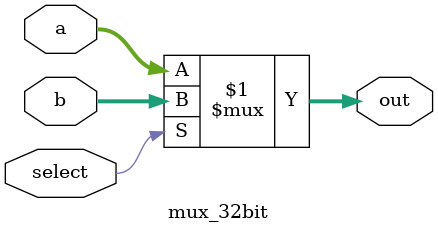
<source format=v>
/*
SINGLE CYCLE CPU (KGPRISC)
ASSIGNMENT: 7
GROUP: 32
NAME: Nikhil Nayan Jha (16CS30022)
	   Sarthak Chakraborty (16CS30044)
*/

`timescale 1ns / 1ps
module mux_32bit(input select,
					  input [31:0] a,
					  input [31:0] b,
					  output [31:0] out
    );

	assign out = select?b:a;

endmodule

</source>
